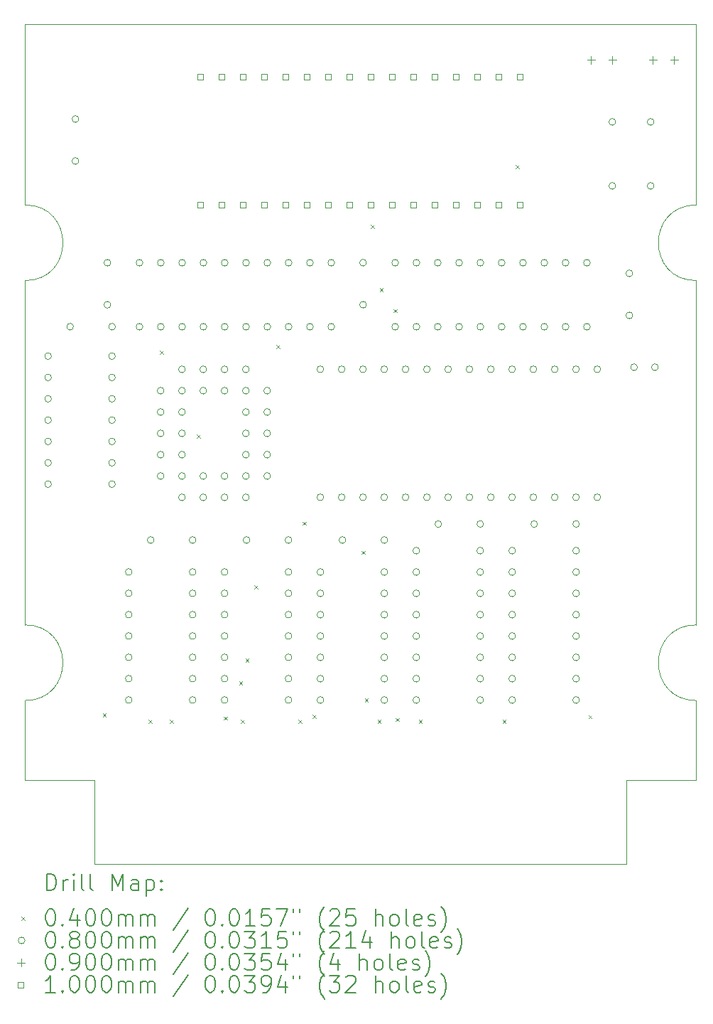
<source format=gbr>
%TF.GenerationSoftware,KiCad,Pcbnew,(6.0.9)*%
%TF.CreationDate,2023-08-23T21:36:40+02:00*%
%TF.ProjectId,p2000t-slot2-datacartridge,70323030-3074-42d7-936c-6f74322d6461,rev?*%
%TF.SameCoordinates,Original*%
%TF.FileFunction,Drillmap*%
%TF.FilePolarity,Positive*%
%FSLAX45Y45*%
G04 Gerber Fmt 4.5, Leading zero omitted, Abs format (unit mm)*
G04 Created by KiCad (PCBNEW (6.0.9)) date 2023-08-23 21:36:40*
%MOMM*%
%LPD*%
G01*
G04 APERTURE LIST*
%ADD10C,0.050000*%
%ADD11C,0.200000*%
%ADD12C,0.040000*%
%ADD13C,0.080000*%
%ADD14C,0.090000*%
%ADD15C,0.100000*%
G04 APERTURE END LIST*
D10*
X11518900Y-14290800D02*
X11552800Y-14290800D01*
X4352800Y-11790800D02*
X4352800Y-12240800D01*
X12352800Y-12440800D02*
G75*
G03*
X12352800Y-13340800I0J-450000D01*
G01*
X4352800Y-5290800D02*
X4352800Y-6790800D01*
X8352800Y-5290800D02*
X12352800Y-5290800D01*
X4352800Y-14290800D02*
X4352800Y-13590800D01*
X12352800Y-7440800D02*
G75*
G03*
X12352800Y-8340800I0J-450000D01*
G01*
X12352800Y-9220800D02*
X12352800Y-10360800D01*
X4352800Y-11790800D02*
X4352800Y-8340800D01*
X12352800Y-9220800D02*
X12352800Y-8660800D01*
X12352800Y-8350800D02*
X12352800Y-8660800D01*
X4352800Y-13590800D02*
X4352800Y-13340800D01*
X12352800Y-14290800D02*
X12352800Y-13590800D01*
X12352800Y-7220800D02*
X12352800Y-6660800D01*
X12352800Y-11880800D02*
X12352800Y-10922000D01*
X4352800Y-7240800D02*
X4352800Y-6790800D01*
X5181600Y-14290800D02*
X5152800Y-14290800D01*
X11518900Y-15290800D02*
X5181600Y-15290800D01*
X12352800Y-12440800D02*
X12352800Y-11880800D01*
X12352800Y-8350800D02*
X12352800Y-8340800D01*
X4352800Y-7440800D02*
X4352800Y-7240800D01*
X5181600Y-15290800D02*
X5181600Y-14290800D01*
X4352800Y-12440800D02*
X4352800Y-12290800D01*
X11552800Y-14290800D02*
X12352800Y-14290800D01*
X12352800Y-10922000D02*
X12352800Y-10360800D01*
X12352800Y-7440800D02*
X12352800Y-7220800D01*
X12352800Y-13590800D02*
X12352800Y-13340800D01*
X4352800Y-12290800D02*
X4352800Y-12240800D01*
X4352800Y-8340800D02*
G75*
G03*
X4352800Y-7440800I0J450000D01*
G01*
X8352800Y-5290800D02*
X4352800Y-5290800D01*
X5152800Y-14290800D02*
X4352800Y-14290800D01*
X11518900Y-15290800D02*
X11518900Y-14290800D01*
X12352800Y-6490800D02*
X12352800Y-5290800D01*
X4352800Y-13340800D02*
G75*
G03*
X4352800Y-12440800I0J450000D01*
G01*
X12352800Y-6490800D02*
X12352800Y-6660800D01*
D11*
D12*
X5277580Y-13493170D02*
X5317580Y-13533170D01*
X5317580Y-13493170D02*
X5277580Y-13533170D01*
X5822000Y-13569000D02*
X5862000Y-13609000D01*
X5862000Y-13569000D02*
X5822000Y-13609000D01*
X5958685Y-9177815D02*
X5998685Y-9217815D01*
X5998685Y-9177815D02*
X5958685Y-9217815D01*
X6076000Y-13569000D02*
X6116000Y-13609000D01*
X6116000Y-13569000D02*
X6076000Y-13609000D01*
X6402630Y-10171720D02*
X6442630Y-10211720D01*
X6442630Y-10171720D02*
X6402630Y-10211720D01*
X6718910Y-13532430D02*
X6758910Y-13572430D01*
X6758910Y-13532430D02*
X6718910Y-13572430D01*
X6904570Y-13111520D02*
X6944570Y-13151520D01*
X6944570Y-13111520D02*
X6904570Y-13151520D01*
X6922340Y-13571260D02*
X6962340Y-13611260D01*
X6962340Y-13571260D02*
X6922340Y-13611260D01*
X6979560Y-12843870D02*
X7019560Y-12883870D01*
X7019560Y-12843870D02*
X6979560Y-12883870D01*
X7085910Y-11971340D02*
X7125910Y-12011340D01*
X7125910Y-11971340D02*
X7085910Y-12011340D01*
X7346500Y-9107840D02*
X7386500Y-9147840D01*
X7386500Y-9107840D02*
X7346500Y-9147840D01*
X7610070Y-13571820D02*
X7650070Y-13611820D01*
X7650070Y-13571820D02*
X7610070Y-13611820D01*
X7663500Y-11211370D02*
X7703500Y-11251370D01*
X7703500Y-11211370D02*
X7663500Y-11251370D01*
X7780267Y-13512076D02*
X7820267Y-13552076D01*
X7820267Y-13512076D02*
X7780267Y-13552076D01*
X8362000Y-11558530D02*
X8402000Y-11598530D01*
X8402000Y-11558530D02*
X8362000Y-11598530D01*
X8402090Y-13315000D02*
X8442090Y-13355000D01*
X8442090Y-13315000D02*
X8402090Y-13355000D01*
X8475280Y-7677220D02*
X8515280Y-7717220D01*
X8515280Y-7677220D02*
X8475280Y-7717220D01*
X8553710Y-13568830D02*
X8593710Y-13608830D01*
X8593710Y-13568830D02*
X8553710Y-13608830D01*
X8578770Y-8432690D02*
X8618770Y-8472690D01*
X8618770Y-8432690D02*
X8578770Y-8472690D01*
X8743000Y-8679500D02*
X8783000Y-8719500D01*
X8783000Y-8679500D02*
X8743000Y-8719500D01*
X8770910Y-13548260D02*
X8810910Y-13588260D01*
X8810910Y-13548260D02*
X8770910Y-13588260D01*
X9045750Y-13569000D02*
X9085750Y-13609000D01*
X9085750Y-13569000D02*
X9045750Y-13609000D01*
X10043880Y-13570510D02*
X10083880Y-13610510D01*
X10083880Y-13570510D02*
X10043880Y-13610510D01*
X10203500Y-6965000D02*
X10243500Y-7005000D01*
X10243500Y-6965000D02*
X10203500Y-7005000D01*
X11068320Y-13513750D02*
X11108320Y-13553750D01*
X11108320Y-13513750D02*
X11068320Y-13553750D01*
D13*
X4666880Y-9240020D02*
G75*
G03*
X4666880Y-9240020I-40000J0D01*
G01*
X4666880Y-9494020D02*
G75*
G03*
X4666880Y-9494020I-40000J0D01*
G01*
X4666880Y-9748020D02*
G75*
G03*
X4666880Y-9748020I-40000J0D01*
G01*
X4666880Y-10002020D02*
G75*
G03*
X4666880Y-10002020I-40000J0D01*
G01*
X4666880Y-10256020D02*
G75*
G03*
X4666880Y-10256020I-40000J0D01*
G01*
X4666880Y-10510020D02*
G75*
G03*
X4666880Y-10510020I-40000J0D01*
G01*
X4666880Y-10764020D02*
G75*
G03*
X4666880Y-10764020I-40000J0D01*
G01*
X4928880Y-8890000D02*
G75*
G03*
X4928880Y-8890000I-40000J0D01*
G01*
X4993000Y-6417500D02*
G75*
G03*
X4993000Y-6417500I-40000J0D01*
G01*
X4993000Y-6917500D02*
G75*
G03*
X4993000Y-6917500I-40000J0D01*
G01*
X5374000Y-8129000D02*
G75*
G03*
X5374000Y-8129000I-40000J0D01*
G01*
X5374000Y-8629000D02*
G75*
G03*
X5374000Y-8629000I-40000J0D01*
G01*
X5428880Y-8890000D02*
G75*
G03*
X5428880Y-8890000I-40000J0D01*
G01*
X5428880Y-9240020D02*
G75*
G03*
X5428880Y-9240020I-40000J0D01*
G01*
X5428880Y-9494020D02*
G75*
G03*
X5428880Y-9494020I-40000J0D01*
G01*
X5428880Y-9748020D02*
G75*
G03*
X5428880Y-9748020I-40000J0D01*
G01*
X5428880Y-10002020D02*
G75*
G03*
X5428880Y-10002020I-40000J0D01*
G01*
X5428880Y-10256020D02*
G75*
G03*
X5428880Y-10256020I-40000J0D01*
G01*
X5428880Y-10510020D02*
G75*
G03*
X5428880Y-10510020I-40000J0D01*
G01*
X5428880Y-10764020D02*
G75*
G03*
X5428880Y-10764020I-40000J0D01*
G01*
X5628000Y-11810500D02*
G75*
G03*
X5628000Y-11810500I-40000J0D01*
G01*
X5628000Y-12064500D02*
G75*
G03*
X5628000Y-12064500I-40000J0D01*
G01*
X5628000Y-12318500D02*
G75*
G03*
X5628000Y-12318500I-40000J0D01*
G01*
X5628000Y-12572500D02*
G75*
G03*
X5628000Y-12572500I-40000J0D01*
G01*
X5628000Y-12826500D02*
G75*
G03*
X5628000Y-12826500I-40000J0D01*
G01*
X5628000Y-13080500D02*
G75*
G03*
X5628000Y-13080500I-40000J0D01*
G01*
X5628000Y-13334500D02*
G75*
G03*
X5628000Y-13334500I-40000J0D01*
G01*
X5755500Y-8129000D02*
G75*
G03*
X5755500Y-8129000I-40000J0D01*
G01*
X5755500Y-8891000D02*
G75*
G03*
X5755500Y-8891000I-40000J0D01*
G01*
X5890000Y-11430000D02*
G75*
G03*
X5890000Y-11430000I-40000J0D01*
G01*
X6009000Y-9652000D02*
G75*
G03*
X6009000Y-9652000I-40000J0D01*
G01*
X6009000Y-9906000D02*
G75*
G03*
X6009000Y-9906000I-40000J0D01*
G01*
X6009000Y-10160000D02*
G75*
G03*
X6009000Y-10160000I-40000J0D01*
G01*
X6009000Y-10414000D02*
G75*
G03*
X6009000Y-10414000I-40000J0D01*
G01*
X6009000Y-10668000D02*
G75*
G03*
X6009000Y-10668000I-40000J0D01*
G01*
X6009500Y-8129000D02*
G75*
G03*
X6009500Y-8129000I-40000J0D01*
G01*
X6009500Y-8891000D02*
G75*
G03*
X6009500Y-8891000I-40000J0D01*
G01*
X6263000Y-9398000D02*
G75*
G03*
X6263000Y-9398000I-40000J0D01*
G01*
X6263000Y-9652000D02*
G75*
G03*
X6263000Y-9652000I-40000J0D01*
G01*
X6263000Y-9906000D02*
G75*
G03*
X6263000Y-9906000I-40000J0D01*
G01*
X6263000Y-10160000D02*
G75*
G03*
X6263000Y-10160000I-40000J0D01*
G01*
X6263000Y-10414000D02*
G75*
G03*
X6263000Y-10414000I-40000J0D01*
G01*
X6263000Y-10668000D02*
G75*
G03*
X6263000Y-10668000I-40000J0D01*
G01*
X6263000Y-10922000D02*
G75*
G03*
X6263000Y-10922000I-40000J0D01*
G01*
X6263500Y-8129000D02*
G75*
G03*
X6263500Y-8129000I-40000J0D01*
G01*
X6263500Y-8891000D02*
G75*
G03*
X6263500Y-8891000I-40000J0D01*
G01*
X6390000Y-11430000D02*
G75*
G03*
X6390000Y-11430000I-40000J0D01*
G01*
X6390000Y-11810500D02*
G75*
G03*
X6390000Y-11810500I-40000J0D01*
G01*
X6390000Y-12064500D02*
G75*
G03*
X6390000Y-12064500I-40000J0D01*
G01*
X6390000Y-12318500D02*
G75*
G03*
X6390000Y-12318500I-40000J0D01*
G01*
X6390000Y-12572500D02*
G75*
G03*
X6390000Y-12572500I-40000J0D01*
G01*
X6390000Y-12826500D02*
G75*
G03*
X6390000Y-12826500I-40000J0D01*
G01*
X6390000Y-13080500D02*
G75*
G03*
X6390000Y-13080500I-40000J0D01*
G01*
X6390000Y-13334500D02*
G75*
G03*
X6390000Y-13334500I-40000J0D01*
G01*
X6517000Y-9398000D02*
G75*
G03*
X6517000Y-9398000I-40000J0D01*
G01*
X6517000Y-9652000D02*
G75*
G03*
X6517000Y-9652000I-40000J0D01*
G01*
X6517000Y-10668000D02*
G75*
G03*
X6517000Y-10668000I-40000J0D01*
G01*
X6517000Y-10922000D02*
G75*
G03*
X6517000Y-10922000I-40000J0D01*
G01*
X6517500Y-8129000D02*
G75*
G03*
X6517500Y-8129000I-40000J0D01*
G01*
X6517500Y-8891000D02*
G75*
G03*
X6517500Y-8891000I-40000J0D01*
G01*
X6771000Y-9398000D02*
G75*
G03*
X6771000Y-9398000I-40000J0D01*
G01*
X6771000Y-9652000D02*
G75*
G03*
X6771000Y-9652000I-40000J0D01*
G01*
X6771000Y-10668000D02*
G75*
G03*
X6771000Y-10668000I-40000J0D01*
G01*
X6771000Y-10922000D02*
G75*
G03*
X6771000Y-10922000I-40000J0D01*
G01*
X6771000Y-11810500D02*
G75*
G03*
X6771000Y-11810500I-40000J0D01*
G01*
X6771000Y-12064500D02*
G75*
G03*
X6771000Y-12064500I-40000J0D01*
G01*
X6771000Y-12318500D02*
G75*
G03*
X6771000Y-12318500I-40000J0D01*
G01*
X6771000Y-12572500D02*
G75*
G03*
X6771000Y-12572500I-40000J0D01*
G01*
X6771000Y-12826500D02*
G75*
G03*
X6771000Y-12826500I-40000J0D01*
G01*
X6771000Y-13080500D02*
G75*
G03*
X6771000Y-13080500I-40000J0D01*
G01*
X6771000Y-13334500D02*
G75*
G03*
X6771000Y-13334500I-40000J0D01*
G01*
X6771500Y-8129000D02*
G75*
G03*
X6771500Y-8129000I-40000J0D01*
G01*
X6771500Y-8891000D02*
G75*
G03*
X6771500Y-8891000I-40000J0D01*
G01*
X7025000Y-9398000D02*
G75*
G03*
X7025000Y-9398000I-40000J0D01*
G01*
X7025000Y-9652000D02*
G75*
G03*
X7025000Y-9652000I-40000J0D01*
G01*
X7025000Y-9906000D02*
G75*
G03*
X7025000Y-9906000I-40000J0D01*
G01*
X7025000Y-10160000D02*
G75*
G03*
X7025000Y-10160000I-40000J0D01*
G01*
X7025000Y-10414000D02*
G75*
G03*
X7025000Y-10414000I-40000J0D01*
G01*
X7025000Y-10668000D02*
G75*
G03*
X7025000Y-10668000I-40000J0D01*
G01*
X7025000Y-10922000D02*
G75*
G03*
X7025000Y-10922000I-40000J0D01*
G01*
X7025500Y-8129000D02*
G75*
G03*
X7025500Y-8129000I-40000J0D01*
G01*
X7025500Y-8891000D02*
G75*
G03*
X7025500Y-8891000I-40000J0D01*
G01*
X7033000Y-11430000D02*
G75*
G03*
X7033000Y-11430000I-40000J0D01*
G01*
X7279000Y-9652000D02*
G75*
G03*
X7279000Y-9652000I-40000J0D01*
G01*
X7279000Y-9906000D02*
G75*
G03*
X7279000Y-9906000I-40000J0D01*
G01*
X7279000Y-10160000D02*
G75*
G03*
X7279000Y-10160000I-40000J0D01*
G01*
X7279000Y-10414000D02*
G75*
G03*
X7279000Y-10414000I-40000J0D01*
G01*
X7279000Y-10668000D02*
G75*
G03*
X7279000Y-10668000I-40000J0D01*
G01*
X7279500Y-8129000D02*
G75*
G03*
X7279500Y-8129000I-40000J0D01*
G01*
X7279500Y-8891000D02*
G75*
G03*
X7279500Y-8891000I-40000J0D01*
G01*
X7533000Y-11430000D02*
G75*
G03*
X7533000Y-11430000I-40000J0D01*
G01*
X7533000Y-11810500D02*
G75*
G03*
X7533000Y-11810500I-40000J0D01*
G01*
X7533000Y-12064500D02*
G75*
G03*
X7533000Y-12064500I-40000J0D01*
G01*
X7533000Y-12318500D02*
G75*
G03*
X7533000Y-12318500I-40000J0D01*
G01*
X7533000Y-12572500D02*
G75*
G03*
X7533000Y-12572500I-40000J0D01*
G01*
X7533000Y-12826500D02*
G75*
G03*
X7533000Y-12826500I-40000J0D01*
G01*
X7533000Y-13080500D02*
G75*
G03*
X7533000Y-13080500I-40000J0D01*
G01*
X7533000Y-13334500D02*
G75*
G03*
X7533000Y-13334500I-40000J0D01*
G01*
X7533500Y-8129000D02*
G75*
G03*
X7533500Y-8129000I-40000J0D01*
G01*
X7533500Y-8891000D02*
G75*
G03*
X7533500Y-8891000I-40000J0D01*
G01*
X7787500Y-8129000D02*
G75*
G03*
X7787500Y-8129000I-40000J0D01*
G01*
X7787500Y-8891000D02*
G75*
G03*
X7787500Y-8891000I-40000J0D01*
G01*
X7912500Y-9397500D02*
G75*
G03*
X7912500Y-9397500I-40000J0D01*
G01*
X7912500Y-10921500D02*
G75*
G03*
X7912500Y-10921500I-40000J0D01*
G01*
X7914000Y-11811000D02*
G75*
G03*
X7914000Y-11811000I-40000J0D01*
G01*
X7914000Y-12065000D02*
G75*
G03*
X7914000Y-12065000I-40000J0D01*
G01*
X7914000Y-12319000D02*
G75*
G03*
X7914000Y-12319000I-40000J0D01*
G01*
X7914000Y-12573000D02*
G75*
G03*
X7914000Y-12573000I-40000J0D01*
G01*
X7914000Y-12827000D02*
G75*
G03*
X7914000Y-12827000I-40000J0D01*
G01*
X7914000Y-13081000D02*
G75*
G03*
X7914000Y-13081000I-40000J0D01*
G01*
X7914000Y-13335000D02*
G75*
G03*
X7914000Y-13335000I-40000J0D01*
G01*
X8041500Y-8129000D02*
G75*
G03*
X8041500Y-8129000I-40000J0D01*
G01*
X8041500Y-8891000D02*
G75*
G03*
X8041500Y-8891000I-40000J0D01*
G01*
X8166500Y-9397500D02*
G75*
G03*
X8166500Y-9397500I-40000J0D01*
G01*
X8166500Y-10921500D02*
G75*
G03*
X8166500Y-10921500I-40000J0D01*
G01*
X8176000Y-11430000D02*
G75*
G03*
X8176000Y-11430000I-40000J0D01*
G01*
X8420500Y-9397500D02*
G75*
G03*
X8420500Y-9397500I-40000J0D01*
G01*
X8420500Y-10921500D02*
G75*
G03*
X8420500Y-10921500I-40000J0D01*
G01*
X8422000Y-8128000D02*
G75*
G03*
X8422000Y-8128000I-40000J0D01*
G01*
X8422000Y-8628000D02*
G75*
G03*
X8422000Y-8628000I-40000J0D01*
G01*
X8674500Y-9397500D02*
G75*
G03*
X8674500Y-9397500I-40000J0D01*
G01*
X8674500Y-10921500D02*
G75*
G03*
X8674500Y-10921500I-40000J0D01*
G01*
X8676000Y-11430000D02*
G75*
G03*
X8676000Y-11430000I-40000J0D01*
G01*
X8676000Y-11811000D02*
G75*
G03*
X8676000Y-11811000I-40000J0D01*
G01*
X8676000Y-12065000D02*
G75*
G03*
X8676000Y-12065000I-40000J0D01*
G01*
X8676000Y-12319000D02*
G75*
G03*
X8676000Y-12319000I-40000J0D01*
G01*
X8676000Y-12573000D02*
G75*
G03*
X8676000Y-12573000I-40000J0D01*
G01*
X8676000Y-12827000D02*
G75*
G03*
X8676000Y-12827000I-40000J0D01*
G01*
X8676000Y-13081000D02*
G75*
G03*
X8676000Y-13081000I-40000J0D01*
G01*
X8676000Y-13335000D02*
G75*
G03*
X8676000Y-13335000I-40000J0D01*
G01*
X8803500Y-8129000D02*
G75*
G03*
X8803500Y-8129000I-40000J0D01*
G01*
X8803500Y-8891000D02*
G75*
G03*
X8803500Y-8891000I-40000J0D01*
G01*
X8928500Y-9397500D02*
G75*
G03*
X8928500Y-9397500I-40000J0D01*
G01*
X8928500Y-10921500D02*
G75*
G03*
X8928500Y-10921500I-40000J0D01*
G01*
X9057000Y-11557000D02*
G75*
G03*
X9057000Y-11557000I-40000J0D01*
G01*
X9057000Y-11811000D02*
G75*
G03*
X9057000Y-11811000I-40000J0D01*
G01*
X9057000Y-12065000D02*
G75*
G03*
X9057000Y-12065000I-40000J0D01*
G01*
X9057000Y-12319000D02*
G75*
G03*
X9057000Y-12319000I-40000J0D01*
G01*
X9057000Y-12573000D02*
G75*
G03*
X9057000Y-12573000I-40000J0D01*
G01*
X9057000Y-12827000D02*
G75*
G03*
X9057000Y-12827000I-40000J0D01*
G01*
X9057000Y-13081000D02*
G75*
G03*
X9057000Y-13081000I-40000J0D01*
G01*
X9057000Y-13335000D02*
G75*
G03*
X9057000Y-13335000I-40000J0D01*
G01*
X9057500Y-8129000D02*
G75*
G03*
X9057500Y-8129000I-40000J0D01*
G01*
X9057500Y-8891000D02*
G75*
G03*
X9057500Y-8891000I-40000J0D01*
G01*
X9182500Y-9397500D02*
G75*
G03*
X9182500Y-9397500I-40000J0D01*
G01*
X9182500Y-10921500D02*
G75*
G03*
X9182500Y-10921500I-40000J0D01*
G01*
X9311500Y-8129000D02*
G75*
G03*
X9311500Y-8129000I-40000J0D01*
G01*
X9311500Y-8891000D02*
G75*
G03*
X9311500Y-8891000I-40000J0D01*
G01*
X9319000Y-11239500D02*
G75*
G03*
X9319000Y-11239500I-40000J0D01*
G01*
X9436500Y-9397500D02*
G75*
G03*
X9436500Y-9397500I-40000J0D01*
G01*
X9436500Y-10921500D02*
G75*
G03*
X9436500Y-10921500I-40000J0D01*
G01*
X9565500Y-8129000D02*
G75*
G03*
X9565500Y-8129000I-40000J0D01*
G01*
X9565500Y-8891000D02*
G75*
G03*
X9565500Y-8891000I-40000J0D01*
G01*
X9690500Y-9397500D02*
G75*
G03*
X9690500Y-9397500I-40000J0D01*
G01*
X9690500Y-10921500D02*
G75*
G03*
X9690500Y-10921500I-40000J0D01*
G01*
X9819000Y-11239500D02*
G75*
G03*
X9819000Y-11239500I-40000J0D01*
G01*
X9819000Y-11557000D02*
G75*
G03*
X9819000Y-11557000I-40000J0D01*
G01*
X9819000Y-11811000D02*
G75*
G03*
X9819000Y-11811000I-40000J0D01*
G01*
X9819000Y-12065000D02*
G75*
G03*
X9819000Y-12065000I-40000J0D01*
G01*
X9819000Y-12319000D02*
G75*
G03*
X9819000Y-12319000I-40000J0D01*
G01*
X9819000Y-12573000D02*
G75*
G03*
X9819000Y-12573000I-40000J0D01*
G01*
X9819000Y-12827000D02*
G75*
G03*
X9819000Y-12827000I-40000J0D01*
G01*
X9819000Y-13081000D02*
G75*
G03*
X9819000Y-13081000I-40000J0D01*
G01*
X9819000Y-13335000D02*
G75*
G03*
X9819000Y-13335000I-40000J0D01*
G01*
X9819500Y-8129000D02*
G75*
G03*
X9819500Y-8129000I-40000J0D01*
G01*
X9819500Y-8891000D02*
G75*
G03*
X9819500Y-8891000I-40000J0D01*
G01*
X9944500Y-9397500D02*
G75*
G03*
X9944500Y-9397500I-40000J0D01*
G01*
X9944500Y-10921500D02*
G75*
G03*
X9944500Y-10921500I-40000J0D01*
G01*
X10073500Y-8129000D02*
G75*
G03*
X10073500Y-8129000I-40000J0D01*
G01*
X10073500Y-8891000D02*
G75*
G03*
X10073500Y-8891000I-40000J0D01*
G01*
X10198500Y-9397500D02*
G75*
G03*
X10198500Y-9397500I-40000J0D01*
G01*
X10198500Y-10921500D02*
G75*
G03*
X10198500Y-10921500I-40000J0D01*
G01*
X10200000Y-11557000D02*
G75*
G03*
X10200000Y-11557000I-40000J0D01*
G01*
X10200000Y-11811000D02*
G75*
G03*
X10200000Y-11811000I-40000J0D01*
G01*
X10200000Y-12065000D02*
G75*
G03*
X10200000Y-12065000I-40000J0D01*
G01*
X10200000Y-12319000D02*
G75*
G03*
X10200000Y-12319000I-40000J0D01*
G01*
X10200000Y-12573000D02*
G75*
G03*
X10200000Y-12573000I-40000J0D01*
G01*
X10200000Y-12827000D02*
G75*
G03*
X10200000Y-12827000I-40000J0D01*
G01*
X10200000Y-13081000D02*
G75*
G03*
X10200000Y-13081000I-40000J0D01*
G01*
X10200000Y-13335000D02*
G75*
G03*
X10200000Y-13335000I-40000J0D01*
G01*
X10327500Y-8129000D02*
G75*
G03*
X10327500Y-8129000I-40000J0D01*
G01*
X10327500Y-8891000D02*
G75*
G03*
X10327500Y-8891000I-40000J0D01*
G01*
X10452500Y-9397500D02*
G75*
G03*
X10452500Y-9397500I-40000J0D01*
G01*
X10452500Y-10921500D02*
G75*
G03*
X10452500Y-10921500I-40000J0D01*
G01*
X10462000Y-11239500D02*
G75*
G03*
X10462000Y-11239500I-40000J0D01*
G01*
X10581500Y-8129000D02*
G75*
G03*
X10581500Y-8129000I-40000J0D01*
G01*
X10581500Y-8891000D02*
G75*
G03*
X10581500Y-8891000I-40000J0D01*
G01*
X10706500Y-9397500D02*
G75*
G03*
X10706500Y-9397500I-40000J0D01*
G01*
X10706500Y-10921500D02*
G75*
G03*
X10706500Y-10921500I-40000J0D01*
G01*
X10835500Y-8129000D02*
G75*
G03*
X10835500Y-8129000I-40000J0D01*
G01*
X10835500Y-8891000D02*
G75*
G03*
X10835500Y-8891000I-40000J0D01*
G01*
X10960500Y-9397500D02*
G75*
G03*
X10960500Y-9397500I-40000J0D01*
G01*
X10960500Y-10921500D02*
G75*
G03*
X10960500Y-10921500I-40000J0D01*
G01*
X10962000Y-11239500D02*
G75*
G03*
X10962000Y-11239500I-40000J0D01*
G01*
X10962000Y-11557000D02*
G75*
G03*
X10962000Y-11557000I-40000J0D01*
G01*
X10962000Y-11811000D02*
G75*
G03*
X10962000Y-11811000I-40000J0D01*
G01*
X10962000Y-12065000D02*
G75*
G03*
X10962000Y-12065000I-40000J0D01*
G01*
X10962000Y-12319000D02*
G75*
G03*
X10962000Y-12319000I-40000J0D01*
G01*
X10962000Y-12573000D02*
G75*
G03*
X10962000Y-12573000I-40000J0D01*
G01*
X10962000Y-12827000D02*
G75*
G03*
X10962000Y-12827000I-40000J0D01*
G01*
X10962000Y-13081000D02*
G75*
G03*
X10962000Y-13081000I-40000J0D01*
G01*
X10962000Y-13335000D02*
G75*
G03*
X10962000Y-13335000I-40000J0D01*
G01*
X11089500Y-8129000D02*
G75*
G03*
X11089500Y-8129000I-40000J0D01*
G01*
X11089500Y-8891000D02*
G75*
G03*
X11089500Y-8891000I-40000J0D01*
G01*
X11214500Y-9397500D02*
G75*
G03*
X11214500Y-9397500I-40000J0D01*
G01*
X11214500Y-10921500D02*
G75*
G03*
X11214500Y-10921500I-40000J0D01*
G01*
X11393800Y-6451600D02*
G75*
G03*
X11393800Y-6451600I-40000J0D01*
G01*
X11393800Y-7213600D02*
G75*
G03*
X11393800Y-7213600I-40000J0D01*
G01*
X11597000Y-8255000D02*
G75*
G03*
X11597000Y-8255000I-40000J0D01*
G01*
X11597000Y-8755000D02*
G75*
G03*
X11597000Y-8755000I-40000J0D01*
G01*
X11651800Y-9372600D02*
G75*
G03*
X11651800Y-9372600I-40000J0D01*
G01*
X11851000Y-6451600D02*
G75*
G03*
X11851000Y-6451600I-40000J0D01*
G01*
X11851000Y-7213600D02*
G75*
G03*
X11851000Y-7213600I-40000J0D01*
G01*
X11901800Y-9372600D02*
G75*
G03*
X11901800Y-9372600I-40000J0D01*
G01*
D14*
X11099300Y-5670000D02*
X11099300Y-5760000D01*
X11054300Y-5715000D02*
X11144300Y-5715000D01*
X11353300Y-5670000D02*
X11353300Y-5760000D01*
X11308300Y-5715000D02*
X11398300Y-5715000D01*
X11835900Y-5670000D02*
X11835900Y-5760000D01*
X11790900Y-5715000D02*
X11880900Y-5715000D01*
X12089900Y-5670000D02*
X12089900Y-5760000D01*
X12044900Y-5715000D02*
X12134900Y-5715000D01*
D15*
X6475156Y-5950106D02*
X6475156Y-5879394D01*
X6404444Y-5879394D01*
X6404444Y-5950106D01*
X6475156Y-5950106D01*
X6475156Y-7474106D02*
X6475156Y-7403394D01*
X6404444Y-7403394D01*
X6404444Y-7474106D01*
X6475156Y-7474106D01*
X6729156Y-5950106D02*
X6729156Y-5879394D01*
X6658444Y-5879394D01*
X6658444Y-5950106D01*
X6729156Y-5950106D01*
X6729156Y-7474106D02*
X6729156Y-7403394D01*
X6658444Y-7403394D01*
X6658444Y-7474106D01*
X6729156Y-7474106D01*
X6983156Y-5950106D02*
X6983156Y-5879394D01*
X6912444Y-5879394D01*
X6912444Y-5950106D01*
X6983156Y-5950106D01*
X6983156Y-7474106D02*
X6983156Y-7403394D01*
X6912444Y-7403394D01*
X6912444Y-7474106D01*
X6983156Y-7474106D01*
X7237156Y-5950106D02*
X7237156Y-5879394D01*
X7166444Y-5879394D01*
X7166444Y-5950106D01*
X7237156Y-5950106D01*
X7237156Y-7474106D02*
X7237156Y-7403394D01*
X7166444Y-7403394D01*
X7166444Y-7474106D01*
X7237156Y-7474106D01*
X7491156Y-5950106D02*
X7491156Y-5879394D01*
X7420444Y-5879394D01*
X7420444Y-5950106D01*
X7491156Y-5950106D01*
X7491156Y-7474106D02*
X7491156Y-7403394D01*
X7420444Y-7403394D01*
X7420444Y-7474106D01*
X7491156Y-7474106D01*
X7745156Y-5950106D02*
X7745156Y-5879394D01*
X7674444Y-5879394D01*
X7674444Y-5950106D01*
X7745156Y-5950106D01*
X7745156Y-7474106D02*
X7745156Y-7403394D01*
X7674444Y-7403394D01*
X7674444Y-7474106D01*
X7745156Y-7474106D01*
X7999156Y-5950106D02*
X7999156Y-5879394D01*
X7928444Y-5879394D01*
X7928444Y-5950106D01*
X7999156Y-5950106D01*
X7999156Y-7474106D02*
X7999156Y-7403394D01*
X7928444Y-7403394D01*
X7928444Y-7474106D01*
X7999156Y-7474106D01*
X8253156Y-5950106D02*
X8253156Y-5879394D01*
X8182444Y-5879394D01*
X8182444Y-5950106D01*
X8253156Y-5950106D01*
X8253156Y-7474106D02*
X8253156Y-7403394D01*
X8182444Y-7403394D01*
X8182444Y-7474106D01*
X8253156Y-7474106D01*
X8507156Y-5950106D02*
X8507156Y-5879394D01*
X8436444Y-5879394D01*
X8436444Y-5950106D01*
X8507156Y-5950106D01*
X8507156Y-7474106D02*
X8507156Y-7403394D01*
X8436444Y-7403394D01*
X8436444Y-7474106D01*
X8507156Y-7474106D01*
X8761156Y-5950106D02*
X8761156Y-5879394D01*
X8690444Y-5879394D01*
X8690444Y-5950106D01*
X8761156Y-5950106D01*
X8761156Y-7474106D02*
X8761156Y-7403394D01*
X8690444Y-7403394D01*
X8690444Y-7474106D01*
X8761156Y-7474106D01*
X9015156Y-5950106D02*
X9015156Y-5879394D01*
X8944444Y-5879394D01*
X8944444Y-5950106D01*
X9015156Y-5950106D01*
X9015156Y-7474106D02*
X9015156Y-7403394D01*
X8944444Y-7403394D01*
X8944444Y-7474106D01*
X9015156Y-7474106D01*
X9269156Y-5950106D02*
X9269156Y-5879394D01*
X9198444Y-5879394D01*
X9198444Y-5950106D01*
X9269156Y-5950106D01*
X9269156Y-7474106D02*
X9269156Y-7403394D01*
X9198444Y-7403394D01*
X9198444Y-7474106D01*
X9269156Y-7474106D01*
X9523156Y-5950106D02*
X9523156Y-5879394D01*
X9452444Y-5879394D01*
X9452444Y-5950106D01*
X9523156Y-5950106D01*
X9523156Y-7474106D02*
X9523156Y-7403394D01*
X9452444Y-7403394D01*
X9452444Y-7474106D01*
X9523156Y-7474106D01*
X9777156Y-5950106D02*
X9777156Y-5879394D01*
X9706444Y-5879394D01*
X9706444Y-5950106D01*
X9777156Y-5950106D01*
X9777156Y-7474106D02*
X9777156Y-7403394D01*
X9706444Y-7403394D01*
X9706444Y-7474106D01*
X9777156Y-7474106D01*
X10031156Y-5950106D02*
X10031156Y-5879394D01*
X9960444Y-5879394D01*
X9960444Y-5950106D01*
X10031156Y-5950106D01*
X10031156Y-7474106D02*
X10031156Y-7403394D01*
X9960444Y-7403394D01*
X9960444Y-7474106D01*
X10031156Y-7474106D01*
X10285156Y-5950106D02*
X10285156Y-5879394D01*
X10214444Y-5879394D01*
X10214444Y-5950106D01*
X10285156Y-5950106D01*
X10285156Y-7474106D02*
X10285156Y-7403394D01*
X10214444Y-7403394D01*
X10214444Y-7474106D01*
X10285156Y-7474106D01*
D11*
X4607919Y-15603776D02*
X4607919Y-15403776D01*
X4655538Y-15403776D01*
X4684110Y-15413300D01*
X4703157Y-15432348D01*
X4712681Y-15451395D01*
X4722205Y-15489490D01*
X4722205Y-15518062D01*
X4712681Y-15556157D01*
X4703157Y-15575205D01*
X4684110Y-15594252D01*
X4655538Y-15603776D01*
X4607919Y-15603776D01*
X4807919Y-15603776D02*
X4807919Y-15470443D01*
X4807919Y-15508538D02*
X4817443Y-15489490D01*
X4826967Y-15479967D01*
X4846014Y-15470443D01*
X4865062Y-15470443D01*
X4931729Y-15603776D02*
X4931729Y-15470443D01*
X4931729Y-15403776D02*
X4922205Y-15413300D01*
X4931729Y-15422824D01*
X4941252Y-15413300D01*
X4931729Y-15403776D01*
X4931729Y-15422824D01*
X5055538Y-15603776D02*
X5036490Y-15594252D01*
X5026967Y-15575205D01*
X5026967Y-15403776D01*
X5160300Y-15603776D02*
X5141252Y-15594252D01*
X5131729Y-15575205D01*
X5131729Y-15403776D01*
X5388871Y-15603776D02*
X5388871Y-15403776D01*
X5455538Y-15546633D01*
X5522205Y-15403776D01*
X5522205Y-15603776D01*
X5703157Y-15603776D02*
X5703157Y-15499014D01*
X5693633Y-15479967D01*
X5674586Y-15470443D01*
X5636490Y-15470443D01*
X5617443Y-15479967D01*
X5703157Y-15594252D02*
X5684109Y-15603776D01*
X5636490Y-15603776D01*
X5617443Y-15594252D01*
X5607919Y-15575205D01*
X5607919Y-15556157D01*
X5617443Y-15537109D01*
X5636490Y-15527586D01*
X5684109Y-15527586D01*
X5703157Y-15518062D01*
X5798395Y-15470443D02*
X5798395Y-15670443D01*
X5798395Y-15479967D02*
X5817443Y-15470443D01*
X5855538Y-15470443D01*
X5874586Y-15479967D01*
X5884109Y-15489490D01*
X5893633Y-15508538D01*
X5893633Y-15565681D01*
X5884109Y-15584728D01*
X5874586Y-15594252D01*
X5855538Y-15603776D01*
X5817443Y-15603776D01*
X5798395Y-15594252D01*
X5979348Y-15584728D02*
X5988871Y-15594252D01*
X5979348Y-15603776D01*
X5969824Y-15594252D01*
X5979348Y-15584728D01*
X5979348Y-15603776D01*
X5979348Y-15479967D02*
X5988871Y-15489490D01*
X5979348Y-15499014D01*
X5969824Y-15489490D01*
X5979348Y-15479967D01*
X5979348Y-15499014D01*
D12*
X4310300Y-15913300D02*
X4350300Y-15953300D01*
X4350300Y-15913300D02*
X4310300Y-15953300D01*
D11*
X4646014Y-15823776D02*
X4665062Y-15823776D01*
X4684110Y-15833300D01*
X4693633Y-15842824D01*
X4703157Y-15861871D01*
X4712681Y-15899967D01*
X4712681Y-15947586D01*
X4703157Y-15985681D01*
X4693633Y-16004728D01*
X4684110Y-16014252D01*
X4665062Y-16023776D01*
X4646014Y-16023776D01*
X4626967Y-16014252D01*
X4617443Y-16004728D01*
X4607919Y-15985681D01*
X4598395Y-15947586D01*
X4598395Y-15899967D01*
X4607919Y-15861871D01*
X4617443Y-15842824D01*
X4626967Y-15833300D01*
X4646014Y-15823776D01*
X4798395Y-16004728D02*
X4807919Y-16014252D01*
X4798395Y-16023776D01*
X4788871Y-16014252D01*
X4798395Y-16004728D01*
X4798395Y-16023776D01*
X4979348Y-15890443D02*
X4979348Y-16023776D01*
X4931729Y-15814252D02*
X4884110Y-15957109D01*
X5007919Y-15957109D01*
X5122205Y-15823776D02*
X5141252Y-15823776D01*
X5160300Y-15833300D01*
X5169824Y-15842824D01*
X5179348Y-15861871D01*
X5188871Y-15899967D01*
X5188871Y-15947586D01*
X5179348Y-15985681D01*
X5169824Y-16004728D01*
X5160300Y-16014252D01*
X5141252Y-16023776D01*
X5122205Y-16023776D01*
X5103157Y-16014252D01*
X5093633Y-16004728D01*
X5084110Y-15985681D01*
X5074586Y-15947586D01*
X5074586Y-15899967D01*
X5084110Y-15861871D01*
X5093633Y-15842824D01*
X5103157Y-15833300D01*
X5122205Y-15823776D01*
X5312681Y-15823776D02*
X5331729Y-15823776D01*
X5350776Y-15833300D01*
X5360300Y-15842824D01*
X5369824Y-15861871D01*
X5379348Y-15899967D01*
X5379348Y-15947586D01*
X5369824Y-15985681D01*
X5360300Y-16004728D01*
X5350776Y-16014252D01*
X5331729Y-16023776D01*
X5312681Y-16023776D01*
X5293633Y-16014252D01*
X5284110Y-16004728D01*
X5274586Y-15985681D01*
X5265062Y-15947586D01*
X5265062Y-15899967D01*
X5274586Y-15861871D01*
X5284110Y-15842824D01*
X5293633Y-15833300D01*
X5312681Y-15823776D01*
X5465062Y-16023776D02*
X5465062Y-15890443D01*
X5465062Y-15909490D02*
X5474586Y-15899967D01*
X5493633Y-15890443D01*
X5522205Y-15890443D01*
X5541252Y-15899967D01*
X5550776Y-15919014D01*
X5550776Y-16023776D01*
X5550776Y-15919014D02*
X5560300Y-15899967D01*
X5579348Y-15890443D01*
X5607919Y-15890443D01*
X5626967Y-15899967D01*
X5636490Y-15919014D01*
X5636490Y-16023776D01*
X5731728Y-16023776D02*
X5731728Y-15890443D01*
X5731728Y-15909490D02*
X5741252Y-15899967D01*
X5760300Y-15890443D01*
X5788871Y-15890443D01*
X5807919Y-15899967D01*
X5817443Y-15919014D01*
X5817443Y-16023776D01*
X5817443Y-15919014D02*
X5826967Y-15899967D01*
X5846014Y-15890443D01*
X5874586Y-15890443D01*
X5893633Y-15899967D01*
X5903157Y-15919014D01*
X5903157Y-16023776D01*
X6293633Y-15814252D02*
X6122205Y-16071395D01*
X6550776Y-15823776D02*
X6569824Y-15823776D01*
X6588871Y-15833300D01*
X6598395Y-15842824D01*
X6607919Y-15861871D01*
X6617443Y-15899967D01*
X6617443Y-15947586D01*
X6607919Y-15985681D01*
X6598395Y-16004728D01*
X6588871Y-16014252D01*
X6569824Y-16023776D01*
X6550776Y-16023776D01*
X6531728Y-16014252D01*
X6522205Y-16004728D01*
X6512681Y-15985681D01*
X6503157Y-15947586D01*
X6503157Y-15899967D01*
X6512681Y-15861871D01*
X6522205Y-15842824D01*
X6531728Y-15833300D01*
X6550776Y-15823776D01*
X6703157Y-16004728D02*
X6712681Y-16014252D01*
X6703157Y-16023776D01*
X6693633Y-16014252D01*
X6703157Y-16004728D01*
X6703157Y-16023776D01*
X6836490Y-15823776D02*
X6855538Y-15823776D01*
X6874586Y-15833300D01*
X6884109Y-15842824D01*
X6893633Y-15861871D01*
X6903157Y-15899967D01*
X6903157Y-15947586D01*
X6893633Y-15985681D01*
X6884109Y-16004728D01*
X6874586Y-16014252D01*
X6855538Y-16023776D01*
X6836490Y-16023776D01*
X6817443Y-16014252D01*
X6807919Y-16004728D01*
X6798395Y-15985681D01*
X6788871Y-15947586D01*
X6788871Y-15899967D01*
X6798395Y-15861871D01*
X6807919Y-15842824D01*
X6817443Y-15833300D01*
X6836490Y-15823776D01*
X7093633Y-16023776D02*
X6979348Y-16023776D01*
X7036490Y-16023776D02*
X7036490Y-15823776D01*
X7017443Y-15852348D01*
X6998395Y-15871395D01*
X6979348Y-15880919D01*
X7274586Y-15823776D02*
X7179348Y-15823776D01*
X7169824Y-15919014D01*
X7179348Y-15909490D01*
X7198395Y-15899967D01*
X7246014Y-15899967D01*
X7265062Y-15909490D01*
X7274586Y-15919014D01*
X7284109Y-15938062D01*
X7284109Y-15985681D01*
X7274586Y-16004728D01*
X7265062Y-16014252D01*
X7246014Y-16023776D01*
X7198395Y-16023776D01*
X7179348Y-16014252D01*
X7169824Y-16004728D01*
X7350776Y-15823776D02*
X7484109Y-15823776D01*
X7398395Y-16023776D01*
X7550776Y-15823776D02*
X7550776Y-15861871D01*
X7626967Y-15823776D02*
X7626967Y-15861871D01*
X7922205Y-16099967D02*
X7912681Y-16090443D01*
X7893633Y-16061871D01*
X7884109Y-16042824D01*
X7874586Y-16014252D01*
X7865062Y-15966633D01*
X7865062Y-15928538D01*
X7874586Y-15880919D01*
X7884109Y-15852348D01*
X7893633Y-15833300D01*
X7912681Y-15804728D01*
X7922205Y-15795205D01*
X7988871Y-15842824D02*
X7998395Y-15833300D01*
X8017443Y-15823776D01*
X8065062Y-15823776D01*
X8084109Y-15833300D01*
X8093633Y-15842824D01*
X8103157Y-15861871D01*
X8103157Y-15880919D01*
X8093633Y-15909490D01*
X7979348Y-16023776D01*
X8103157Y-16023776D01*
X8284109Y-15823776D02*
X8188871Y-15823776D01*
X8179348Y-15919014D01*
X8188871Y-15909490D01*
X8207919Y-15899967D01*
X8255538Y-15899967D01*
X8274586Y-15909490D01*
X8284109Y-15919014D01*
X8293633Y-15938062D01*
X8293633Y-15985681D01*
X8284109Y-16004728D01*
X8274586Y-16014252D01*
X8255538Y-16023776D01*
X8207919Y-16023776D01*
X8188871Y-16014252D01*
X8179348Y-16004728D01*
X8531729Y-16023776D02*
X8531729Y-15823776D01*
X8617443Y-16023776D02*
X8617443Y-15919014D01*
X8607919Y-15899967D01*
X8588871Y-15890443D01*
X8560300Y-15890443D01*
X8541252Y-15899967D01*
X8531729Y-15909490D01*
X8741252Y-16023776D02*
X8722205Y-16014252D01*
X8712681Y-16004728D01*
X8703157Y-15985681D01*
X8703157Y-15928538D01*
X8712681Y-15909490D01*
X8722205Y-15899967D01*
X8741252Y-15890443D01*
X8769824Y-15890443D01*
X8788871Y-15899967D01*
X8798395Y-15909490D01*
X8807919Y-15928538D01*
X8807919Y-15985681D01*
X8798395Y-16004728D01*
X8788871Y-16014252D01*
X8769824Y-16023776D01*
X8741252Y-16023776D01*
X8922205Y-16023776D02*
X8903157Y-16014252D01*
X8893633Y-15995205D01*
X8893633Y-15823776D01*
X9074586Y-16014252D02*
X9055538Y-16023776D01*
X9017443Y-16023776D01*
X8998395Y-16014252D01*
X8988871Y-15995205D01*
X8988871Y-15919014D01*
X8998395Y-15899967D01*
X9017443Y-15890443D01*
X9055538Y-15890443D01*
X9074586Y-15899967D01*
X9084110Y-15919014D01*
X9084110Y-15938062D01*
X8988871Y-15957109D01*
X9160300Y-16014252D02*
X9179348Y-16023776D01*
X9217443Y-16023776D01*
X9236490Y-16014252D01*
X9246014Y-15995205D01*
X9246014Y-15985681D01*
X9236490Y-15966633D01*
X9217443Y-15957109D01*
X9188871Y-15957109D01*
X9169824Y-15947586D01*
X9160300Y-15928538D01*
X9160300Y-15919014D01*
X9169824Y-15899967D01*
X9188871Y-15890443D01*
X9217443Y-15890443D01*
X9236490Y-15899967D01*
X9312681Y-16099967D02*
X9322205Y-16090443D01*
X9341252Y-16061871D01*
X9350776Y-16042824D01*
X9360300Y-16014252D01*
X9369824Y-15966633D01*
X9369824Y-15928538D01*
X9360300Y-15880919D01*
X9350776Y-15852348D01*
X9341252Y-15833300D01*
X9322205Y-15804728D01*
X9312681Y-15795205D01*
D13*
X4350300Y-16197300D02*
G75*
G03*
X4350300Y-16197300I-40000J0D01*
G01*
D11*
X4646014Y-16087776D02*
X4665062Y-16087776D01*
X4684110Y-16097300D01*
X4693633Y-16106824D01*
X4703157Y-16125871D01*
X4712681Y-16163967D01*
X4712681Y-16211586D01*
X4703157Y-16249681D01*
X4693633Y-16268728D01*
X4684110Y-16278252D01*
X4665062Y-16287776D01*
X4646014Y-16287776D01*
X4626967Y-16278252D01*
X4617443Y-16268728D01*
X4607919Y-16249681D01*
X4598395Y-16211586D01*
X4598395Y-16163967D01*
X4607919Y-16125871D01*
X4617443Y-16106824D01*
X4626967Y-16097300D01*
X4646014Y-16087776D01*
X4798395Y-16268728D02*
X4807919Y-16278252D01*
X4798395Y-16287776D01*
X4788871Y-16278252D01*
X4798395Y-16268728D01*
X4798395Y-16287776D01*
X4922205Y-16173490D02*
X4903157Y-16163967D01*
X4893633Y-16154443D01*
X4884110Y-16135395D01*
X4884110Y-16125871D01*
X4893633Y-16106824D01*
X4903157Y-16097300D01*
X4922205Y-16087776D01*
X4960300Y-16087776D01*
X4979348Y-16097300D01*
X4988871Y-16106824D01*
X4998395Y-16125871D01*
X4998395Y-16135395D01*
X4988871Y-16154443D01*
X4979348Y-16163967D01*
X4960300Y-16173490D01*
X4922205Y-16173490D01*
X4903157Y-16183014D01*
X4893633Y-16192538D01*
X4884110Y-16211586D01*
X4884110Y-16249681D01*
X4893633Y-16268728D01*
X4903157Y-16278252D01*
X4922205Y-16287776D01*
X4960300Y-16287776D01*
X4979348Y-16278252D01*
X4988871Y-16268728D01*
X4998395Y-16249681D01*
X4998395Y-16211586D01*
X4988871Y-16192538D01*
X4979348Y-16183014D01*
X4960300Y-16173490D01*
X5122205Y-16087776D02*
X5141252Y-16087776D01*
X5160300Y-16097300D01*
X5169824Y-16106824D01*
X5179348Y-16125871D01*
X5188871Y-16163967D01*
X5188871Y-16211586D01*
X5179348Y-16249681D01*
X5169824Y-16268728D01*
X5160300Y-16278252D01*
X5141252Y-16287776D01*
X5122205Y-16287776D01*
X5103157Y-16278252D01*
X5093633Y-16268728D01*
X5084110Y-16249681D01*
X5074586Y-16211586D01*
X5074586Y-16163967D01*
X5084110Y-16125871D01*
X5093633Y-16106824D01*
X5103157Y-16097300D01*
X5122205Y-16087776D01*
X5312681Y-16087776D02*
X5331729Y-16087776D01*
X5350776Y-16097300D01*
X5360300Y-16106824D01*
X5369824Y-16125871D01*
X5379348Y-16163967D01*
X5379348Y-16211586D01*
X5369824Y-16249681D01*
X5360300Y-16268728D01*
X5350776Y-16278252D01*
X5331729Y-16287776D01*
X5312681Y-16287776D01*
X5293633Y-16278252D01*
X5284110Y-16268728D01*
X5274586Y-16249681D01*
X5265062Y-16211586D01*
X5265062Y-16163967D01*
X5274586Y-16125871D01*
X5284110Y-16106824D01*
X5293633Y-16097300D01*
X5312681Y-16087776D01*
X5465062Y-16287776D02*
X5465062Y-16154443D01*
X5465062Y-16173490D02*
X5474586Y-16163967D01*
X5493633Y-16154443D01*
X5522205Y-16154443D01*
X5541252Y-16163967D01*
X5550776Y-16183014D01*
X5550776Y-16287776D01*
X5550776Y-16183014D02*
X5560300Y-16163967D01*
X5579348Y-16154443D01*
X5607919Y-16154443D01*
X5626967Y-16163967D01*
X5636490Y-16183014D01*
X5636490Y-16287776D01*
X5731728Y-16287776D02*
X5731728Y-16154443D01*
X5731728Y-16173490D02*
X5741252Y-16163967D01*
X5760300Y-16154443D01*
X5788871Y-16154443D01*
X5807919Y-16163967D01*
X5817443Y-16183014D01*
X5817443Y-16287776D01*
X5817443Y-16183014D02*
X5826967Y-16163967D01*
X5846014Y-16154443D01*
X5874586Y-16154443D01*
X5893633Y-16163967D01*
X5903157Y-16183014D01*
X5903157Y-16287776D01*
X6293633Y-16078252D02*
X6122205Y-16335395D01*
X6550776Y-16087776D02*
X6569824Y-16087776D01*
X6588871Y-16097300D01*
X6598395Y-16106824D01*
X6607919Y-16125871D01*
X6617443Y-16163967D01*
X6617443Y-16211586D01*
X6607919Y-16249681D01*
X6598395Y-16268728D01*
X6588871Y-16278252D01*
X6569824Y-16287776D01*
X6550776Y-16287776D01*
X6531728Y-16278252D01*
X6522205Y-16268728D01*
X6512681Y-16249681D01*
X6503157Y-16211586D01*
X6503157Y-16163967D01*
X6512681Y-16125871D01*
X6522205Y-16106824D01*
X6531728Y-16097300D01*
X6550776Y-16087776D01*
X6703157Y-16268728D02*
X6712681Y-16278252D01*
X6703157Y-16287776D01*
X6693633Y-16278252D01*
X6703157Y-16268728D01*
X6703157Y-16287776D01*
X6836490Y-16087776D02*
X6855538Y-16087776D01*
X6874586Y-16097300D01*
X6884109Y-16106824D01*
X6893633Y-16125871D01*
X6903157Y-16163967D01*
X6903157Y-16211586D01*
X6893633Y-16249681D01*
X6884109Y-16268728D01*
X6874586Y-16278252D01*
X6855538Y-16287776D01*
X6836490Y-16287776D01*
X6817443Y-16278252D01*
X6807919Y-16268728D01*
X6798395Y-16249681D01*
X6788871Y-16211586D01*
X6788871Y-16163967D01*
X6798395Y-16125871D01*
X6807919Y-16106824D01*
X6817443Y-16097300D01*
X6836490Y-16087776D01*
X6969824Y-16087776D02*
X7093633Y-16087776D01*
X7026967Y-16163967D01*
X7055538Y-16163967D01*
X7074586Y-16173490D01*
X7084109Y-16183014D01*
X7093633Y-16202062D01*
X7093633Y-16249681D01*
X7084109Y-16268728D01*
X7074586Y-16278252D01*
X7055538Y-16287776D01*
X6998395Y-16287776D01*
X6979348Y-16278252D01*
X6969824Y-16268728D01*
X7284109Y-16287776D02*
X7169824Y-16287776D01*
X7226967Y-16287776D02*
X7226967Y-16087776D01*
X7207919Y-16116348D01*
X7188871Y-16135395D01*
X7169824Y-16144919D01*
X7465062Y-16087776D02*
X7369824Y-16087776D01*
X7360300Y-16183014D01*
X7369824Y-16173490D01*
X7388871Y-16163967D01*
X7436490Y-16163967D01*
X7455538Y-16173490D01*
X7465062Y-16183014D01*
X7474586Y-16202062D01*
X7474586Y-16249681D01*
X7465062Y-16268728D01*
X7455538Y-16278252D01*
X7436490Y-16287776D01*
X7388871Y-16287776D01*
X7369824Y-16278252D01*
X7360300Y-16268728D01*
X7550776Y-16087776D02*
X7550776Y-16125871D01*
X7626967Y-16087776D02*
X7626967Y-16125871D01*
X7922205Y-16363967D02*
X7912681Y-16354443D01*
X7893633Y-16325871D01*
X7884109Y-16306824D01*
X7874586Y-16278252D01*
X7865062Y-16230633D01*
X7865062Y-16192538D01*
X7874586Y-16144919D01*
X7884109Y-16116348D01*
X7893633Y-16097300D01*
X7912681Y-16068728D01*
X7922205Y-16059205D01*
X7988871Y-16106824D02*
X7998395Y-16097300D01*
X8017443Y-16087776D01*
X8065062Y-16087776D01*
X8084109Y-16097300D01*
X8093633Y-16106824D01*
X8103157Y-16125871D01*
X8103157Y-16144919D01*
X8093633Y-16173490D01*
X7979348Y-16287776D01*
X8103157Y-16287776D01*
X8293633Y-16287776D02*
X8179348Y-16287776D01*
X8236490Y-16287776D02*
X8236490Y-16087776D01*
X8217443Y-16116348D01*
X8198395Y-16135395D01*
X8179348Y-16144919D01*
X8465062Y-16154443D02*
X8465062Y-16287776D01*
X8417443Y-16078252D02*
X8369824Y-16221109D01*
X8493633Y-16221109D01*
X8722205Y-16287776D02*
X8722205Y-16087776D01*
X8807919Y-16287776D02*
X8807919Y-16183014D01*
X8798395Y-16163967D01*
X8779348Y-16154443D01*
X8750776Y-16154443D01*
X8731729Y-16163967D01*
X8722205Y-16173490D01*
X8931729Y-16287776D02*
X8912681Y-16278252D01*
X8903157Y-16268728D01*
X8893633Y-16249681D01*
X8893633Y-16192538D01*
X8903157Y-16173490D01*
X8912681Y-16163967D01*
X8931729Y-16154443D01*
X8960300Y-16154443D01*
X8979348Y-16163967D01*
X8988871Y-16173490D01*
X8998395Y-16192538D01*
X8998395Y-16249681D01*
X8988871Y-16268728D01*
X8979348Y-16278252D01*
X8960300Y-16287776D01*
X8931729Y-16287776D01*
X9112681Y-16287776D02*
X9093633Y-16278252D01*
X9084110Y-16259205D01*
X9084110Y-16087776D01*
X9265062Y-16278252D02*
X9246014Y-16287776D01*
X9207919Y-16287776D01*
X9188871Y-16278252D01*
X9179348Y-16259205D01*
X9179348Y-16183014D01*
X9188871Y-16163967D01*
X9207919Y-16154443D01*
X9246014Y-16154443D01*
X9265062Y-16163967D01*
X9274586Y-16183014D01*
X9274586Y-16202062D01*
X9179348Y-16221109D01*
X9350776Y-16278252D02*
X9369824Y-16287776D01*
X9407919Y-16287776D01*
X9426967Y-16278252D01*
X9436490Y-16259205D01*
X9436490Y-16249681D01*
X9426967Y-16230633D01*
X9407919Y-16221109D01*
X9379348Y-16221109D01*
X9360300Y-16211586D01*
X9350776Y-16192538D01*
X9350776Y-16183014D01*
X9360300Y-16163967D01*
X9379348Y-16154443D01*
X9407919Y-16154443D01*
X9426967Y-16163967D01*
X9503157Y-16363967D02*
X9512681Y-16354443D01*
X9531729Y-16325871D01*
X9541252Y-16306824D01*
X9550776Y-16278252D01*
X9560300Y-16230633D01*
X9560300Y-16192538D01*
X9550776Y-16144919D01*
X9541252Y-16116348D01*
X9531729Y-16097300D01*
X9512681Y-16068728D01*
X9503157Y-16059205D01*
D14*
X4305300Y-16416300D02*
X4305300Y-16506300D01*
X4260300Y-16461300D02*
X4350300Y-16461300D01*
D11*
X4646014Y-16351776D02*
X4665062Y-16351776D01*
X4684110Y-16361300D01*
X4693633Y-16370824D01*
X4703157Y-16389871D01*
X4712681Y-16427967D01*
X4712681Y-16475586D01*
X4703157Y-16513681D01*
X4693633Y-16532728D01*
X4684110Y-16542252D01*
X4665062Y-16551776D01*
X4646014Y-16551776D01*
X4626967Y-16542252D01*
X4617443Y-16532728D01*
X4607919Y-16513681D01*
X4598395Y-16475586D01*
X4598395Y-16427967D01*
X4607919Y-16389871D01*
X4617443Y-16370824D01*
X4626967Y-16361300D01*
X4646014Y-16351776D01*
X4798395Y-16532728D02*
X4807919Y-16542252D01*
X4798395Y-16551776D01*
X4788871Y-16542252D01*
X4798395Y-16532728D01*
X4798395Y-16551776D01*
X4903157Y-16551776D02*
X4941252Y-16551776D01*
X4960300Y-16542252D01*
X4969824Y-16532728D01*
X4988871Y-16504157D01*
X4998395Y-16466062D01*
X4998395Y-16389871D01*
X4988871Y-16370824D01*
X4979348Y-16361300D01*
X4960300Y-16351776D01*
X4922205Y-16351776D01*
X4903157Y-16361300D01*
X4893633Y-16370824D01*
X4884110Y-16389871D01*
X4884110Y-16437490D01*
X4893633Y-16456538D01*
X4903157Y-16466062D01*
X4922205Y-16475586D01*
X4960300Y-16475586D01*
X4979348Y-16466062D01*
X4988871Y-16456538D01*
X4998395Y-16437490D01*
X5122205Y-16351776D02*
X5141252Y-16351776D01*
X5160300Y-16361300D01*
X5169824Y-16370824D01*
X5179348Y-16389871D01*
X5188871Y-16427967D01*
X5188871Y-16475586D01*
X5179348Y-16513681D01*
X5169824Y-16532728D01*
X5160300Y-16542252D01*
X5141252Y-16551776D01*
X5122205Y-16551776D01*
X5103157Y-16542252D01*
X5093633Y-16532728D01*
X5084110Y-16513681D01*
X5074586Y-16475586D01*
X5074586Y-16427967D01*
X5084110Y-16389871D01*
X5093633Y-16370824D01*
X5103157Y-16361300D01*
X5122205Y-16351776D01*
X5312681Y-16351776D02*
X5331729Y-16351776D01*
X5350776Y-16361300D01*
X5360300Y-16370824D01*
X5369824Y-16389871D01*
X5379348Y-16427967D01*
X5379348Y-16475586D01*
X5369824Y-16513681D01*
X5360300Y-16532728D01*
X5350776Y-16542252D01*
X5331729Y-16551776D01*
X5312681Y-16551776D01*
X5293633Y-16542252D01*
X5284110Y-16532728D01*
X5274586Y-16513681D01*
X5265062Y-16475586D01*
X5265062Y-16427967D01*
X5274586Y-16389871D01*
X5284110Y-16370824D01*
X5293633Y-16361300D01*
X5312681Y-16351776D01*
X5465062Y-16551776D02*
X5465062Y-16418443D01*
X5465062Y-16437490D02*
X5474586Y-16427967D01*
X5493633Y-16418443D01*
X5522205Y-16418443D01*
X5541252Y-16427967D01*
X5550776Y-16447014D01*
X5550776Y-16551776D01*
X5550776Y-16447014D02*
X5560300Y-16427967D01*
X5579348Y-16418443D01*
X5607919Y-16418443D01*
X5626967Y-16427967D01*
X5636490Y-16447014D01*
X5636490Y-16551776D01*
X5731728Y-16551776D02*
X5731728Y-16418443D01*
X5731728Y-16437490D02*
X5741252Y-16427967D01*
X5760300Y-16418443D01*
X5788871Y-16418443D01*
X5807919Y-16427967D01*
X5817443Y-16447014D01*
X5817443Y-16551776D01*
X5817443Y-16447014D02*
X5826967Y-16427967D01*
X5846014Y-16418443D01*
X5874586Y-16418443D01*
X5893633Y-16427967D01*
X5903157Y-16447014D01*
X5903157Y-16551776D01*
X6293633Y-16342252D02*
X6122205Y-16599395D01*
X6550776Y-16351776D02*
X6569824Y-16351776D01*
X6588871Y-16361300D01*
X6598395Y-16370824D01*
X6607919Y-16389871D01*
X6617443Y-16427967D01*
X6617443Y-16475586D01*
X6607919Y-16513681D01*
X6598395Y-16532728D01*
X6588871Y-16542252D01*
X6569824Y-16551776D01*
X6550776Y-16551776D01*
X6531728Y-16542252D01*
X6522205Y-16532728D01*
X6512681Y-16513681D01*
X6503157Y-16475586D01*
X6503157Y-16427967D01*
X6512681Y-16389871D01*
X6522205Y-16370824D01*
X6531728Y-16361300D01*
X6550776Y-16351776D01*
X6703157Y-16532728D02*
X6712681Y-16542252D01*
X6703157Y-16551776D01*
X6693633Y-16542252D01*
X6703157Y-16532728D01*
X6703157Y-16551776D01*
X6836490Y-16351776D02*
X6855538Y-16351776D01*
X6874586Y-16361300D01*
X6884109Y-16370824D01*
X6893633Y-16389871D01*
X6903157Y-16427967D01*
X6903157Y-16475586D01*
X6893633Y-16513681D01*
X6884109Y-16532728D01*
X6874586Y-16542252D01*
X6855538Y-16551776D01*
X6836490Y-16551776D01*
X6817443Y-16542252D01*
X6807919Y-16532728D01*
X6798395Y-16513681D01*
X6788871Y-16475586D01*
X6788871Y-16427967D01*
X6798395Y-16389871D01*
X6807919Y-16370824D01*
X6817443Y-16361300D01*
X6836490Y-16351776D01*
X6969824Y-16351776D02*
X7093633Y-16351776D01*
X7026967Y-16427967D01*
X7055538Y-16427967D01*
X7074586Y-16437490D01*
X7084109Y-16447014D01*
X7093633Y-16466062D01*
X7093633Y-16513681D01*
X7084109Y-16532728D01*
X7074586Y-16542252D01*
X7055538Y-16551776D01*
X6998395Y-16551776D01*
X6979348Y-16542252D01*
X6969824Y-16532728D01*
X7274586Y-16351776D02*
X7179348Y-16351776D01*
X7169824Y-16447014D01*
X7179348Y-16437490D01*
X7198395Y-16427967D01*
X7246014Y-16427967D01*
X7265062Y-16437490D01*
X7274586Y-16447014D01*
X7284109Y-16466062D01*
X7284109Y-16513681D01*
X7274586Y-16532728D01*
X7265062Y-16542252D01*
X7246014Y-16551776D01*
X7198395Y-16551776D01*
X7179348Y-16542252D01*
X7169824Y-16532728D01*
X7455538Y-16418443D02*
X7455538Y-16551776D01*
X7407919Y-16342252D02*
X7360300Y-16485109D01*
X7484109Y-16485109D01*
X7550776Y-16351776D02*
X7550776Y-16389871D01*
X7626967Y-16351776D02*
X7626967Y-16389871D01*
X7922205Y-16627967D02*
X7912681Y-16618443D01*
X7893633Y-16589871D01*
X7884109Y-16570824D01*
X7874586Y-16542252D01*
X7865062Y-16494633D01*
X7865062Y-16456538D01*
X7874586Y-16408919D01*
X7884109Y-16380348D01*
X7893633Y-16361300D01*
X7912681Y-16332728D01*
X7922205Y-16323205D01*
X8084109Y-16418443D02*
X8084109Y-16551776D01*
X8036490Y-16342252D02*
X7988871Y-16485109D01*
X8112681Y-16485109D01*
X8341252Y-16551776D02*
X8341252Y-16351776D01*
X8426967Y-16551776D02*
X8426967Y-16447014D01*
X8417443Y-16427967D01*
X8398395Y-16418443D01*
X8369824Y-16418443D01*
X8350776Y-16427967D01*
X8341252Y-16437490D01*
X8550776Y-16551776D02*
X8531729Y-16542252D01*
X8522205Y-16532728D01*
X8512681Y-16513681D01*
X8512681Y-16456538D01*
X8522205Y-16437490D01*
X8531729Y-16427967D01*
X8550776Y-16418443D01*
X8579348Y-16418443D01*
X8598395Y-16427967D01*
X8607919Y-16437490D01*
X8617443Y-16456538D01*
X8617443Y-16513681D01*
X8607919Y-16532728D01*
X8598395Y-16542252D01*
X8579348Y-16551776D01*
X8550776Y-16551776D01*
X8731729Y-16551776D02*
X8712681Y-16542252D01*
X8703157Y-16523205D01*
X8703157Y-16351776D01*
X8884110Y-16542252D02*
X8865062Y-16551776D01*
X8826967Y-16551776D01*
X8807919Y-16542252D01*
X8798395Y-16523205D01*
X8798395Y-16447014D01*
X8807919Y-16427967D01*
X8826967Y-16418443D01*
X8865062Y-16418443D01*
X8884110Y-16427967D01*
X8893633Y-16447014D01*
X8893633Y-16466062D01*
X8798395Y-16485109D01*
X8969824Y-16542252D02*
X8988871Y-16551776D01*
X9026967Y-16551776D01*
X9046014Y-16542252D01*
X9055538Y-16523205D01*
X9055538Y-16513681D01*
X9046014Y-16494633D01*
X9026967Y-16485109D01*
X8998395Y-16485109D01*
X8979348Y-16475586D01*
X8969824Y-16456538D01*
X8969824Y-16447014D01*
X8979348Y-16427967D01*
X8998395Y-16418443D01*
X9026967Y-16418443D01*
X9046014Y-16427967D01*
X9122205Y-16627967D02*
X9131729Y-16618443D01*
X9150776Y-16589871D01*
X9160300Y-16570824D01*
X9169824Y-16542252D01*
X9179348Y-16494633D01*
X9179348Y-16456538D01*
X9169824Y-16408919D01*
X9160300Y-16380348D01*
X9150776Y-16361300D01*
X9131729Y-16332728D01*
X9122205Y-16323205D01*
D15*
X4335656Y-16760656D02*
X4335656Y-16689944D01*
X4264944Y-16689944D01*
X4264944Y-16760656D01*
X4335656Y-16760656D01*
D11*
X4712681Y-16815776D02*
X4598395Y-16815776D01*
X4655538Y-16815776D02*
X4655538Y-16615776D01*
X4636490Y-16644348D01*
X4617443Y-16663395D01*
X4598395Y-16672919D01*
X4798395Y-16796729D02*
X4807919Y-16806252D01*
X4798395Y-16815776D01*
X4788871Y-16806252D01*
X4798395Y-16796729D01*
X4798395Y-16815776D01*
X4931729Y-16615776D02*
X4950776Y-16615776D01*
X4969824Y-16625300D01*
X4979348Y-16634824D01*
X4988871Y-16653871D01*
X4998395Y-16691967D01*
X4998395Y-16739586D01*
X4988871Y-16777681D01*
X4979348Y-16796729D01*
X4969824Y-16806252D01*
X4950776Y-16815776D01*
X4931729Y-16815776D01*
X4912681Y-16806252D01*
X4903157Y-16796729D01*
X4893633Y-16777681D01*
X4884110Y-16739586D01*
X4884110Y-16691967D01*
X4893633Y-16653871D01*
X4903157Y-16634824D01*
X4912681Y-16625300D01*
X4931729Y-16615776D01*
X5122205Y-16615776D02*
X5141252Y-16615776D01*
X5160300Y-16625300D01*
X5169824Y-16634824D01*
X5179348Y-16653871D01*
X5188871Y-16691967D01*
X5188871Y-16739586D01*
X5179348Y-16777681D01*
X5169824Y-16796729D01*
X5160300Y-16806252D01*
X5141252Y-16815776D01*
X5122205Y-16815776D01*
X5103157Y-16806252D01*
X5093633Y-16796729D01*
X5084110Y-16777681D01*
X5074586Y-16739586D01*
X5074586Y-16691967D01*
X5084110Y-16653871D01*
X5093633Y-16634824D01*
X5103157Y-16625300D01*
X5122205Y-16615776D01*
X5312681Y-16615776D02*
X5331729Y-16615776D01*
X5350776Y-16625300D01*
X5360300Y-16634824D01*
X5369824Y-16653871D01*
X5379348Y-16691967D01*
X5379348Y-16739586D01*
X5369824Y-16777681D01*
X5360300Y-16796729D01*
X5350776Y-16806252D01*
X5331729Y-16815776D01*
X5312681Y-16815776D01*
X5293633Y-16806252D01*
X5284110Y-16796729D01*
X5274586Y-16777681D01*
X5265062Y-16739586D01*
X5265062Y-16691967D01*
X5274586Y-16653871D01*
X5284110Y-16634824D01*
X5293633Y-16625300D01*
X5312681Y-16615776D01*
X5465062Y-16815776D02*
X5465062Y-16682443D01*
X5465062Y-16701490D02*
X5474586Y-16691967D01*
X5493633Y-16682443D01*
X5522205Y-16682443D01*
X5541252Y-16691967D01*
X5550776Y-16711014D01*
X5550776Y-16815776D01*
X5550776Y-16711014D02*
X5560300Y-16691967D01*
X5579348Y-16682443D01*
X5607919Y-16682443D01*
X5626967Y-16691967D01*
X5636490Y-16711014D01*
X5636490Y-16815776D01*
X5731728Y-16815776D02*
X5731728Y-16682443D01*
X5731728Y-16701490D02*
X5741252Y-16691967D01*
X5760300Y-16682443D01*
X5788871Y-16682443D01*
X5807919Y-16691967D01*
X5817443Y-16711014D01*
X5817443Y-16815776D01*
X5817443Y-16711014D02*
X5826967Y-16691967D01*
X5846014Y-16682443D01*
X5874586Y-16682443D01*
X5893633Y-16691967D01*
X5903157Y-16711014D01*
X5903157Y-16815776D01*
X6293633Y-16606252D02*
X6122205Y-16863395D01*
X6550776Y-16615776D02*
X6569824Y-16615776D01*
X6588871Y-16625300D01*
X6598395Y-16634824D01*
X6607919Y-16653871D01*
X6617443Y-16691967D01*
X6617443Y-16739586D01*
X6607919Y-16777681D01*
X6598395Y-16796729D01*
X6588871Y-16806252D01*
X6569824Y-16815776D01*
X6550776Y-16815776D01*
X6531728Y-16806252D01*
X6522205Y-16796729D01*
X6512681Y-16777681D01*
X6503157Y-16739586D01*
X6503157Y-16691967D01*
X6512681Y-16653871D01*
X6522205Y-16634824D01*
X6531728Y-16625300D01*
X6550776Y-16615776D01*
X6703157Y-16796729D02*
X6712681Y-16806252D01*
X6703157Y-16815776D01*
X6693633Y-16806252D01*
X6703157Y-16796729D01*
X6703157Y-16815776D01*
X6836490Y-16615776D02*
X6855538Y-16615776D01*
X6874586Y-16625300D01*
X6884109Y-16634824D01*
X6893633Y-16653871D01*
X6903157Y-16691967D01*
X6903157Y-16739586D01*
X6893633Y-16777681D01*
X6884109Y-16796729D01*
X6874586Y-16806252D01*
X6855538Y-16815776D01*
X6836490Y-16815776D01*
X6817443Y-16806252D01*
X6807919Y-16796729D01*
X6798395Y-16777681D01*
X6788871Y-16739586D01*
X6788871Y-16691967D01*
X6798395Y-16653871D01*
X6807919Y-16634824D01*
X6817443Y-16625300D01*
X6836490Y-16615776D01*
X6969824Y-16615776D02*
X7093633Y-16615776D01*
X7026967Y-16691967D01*
X7055538Y-16691967D01*
X7074586Y-16701490D01*
X7084109Y-16711014D01*
X7093633Y-16730062D01*
X7093633Y-16777681D01*
X7084109Y-16796729D01*
X7074586Y-16806252D01*
X7055538Y-16815776D01*
X6998395Y-16815776D01*
X6979348Y-16806252D01*
X6969824Y-16796729D01*
X7188871Y-16815776D02*
X7226967Y-16815776D01*
X7246014Y-16806252D01*
X7255538Y-16796729D01*
X7274586Y-16768157D01*
X7284109Y-16730062D01*
X7284109Y-16653871D01*
X7274586Y-16634824D01*
X7265062Y-16625300D01*
X7246014Y-16615776D01*
X7207919Y-16615776D01*
X7188871Y-16625300D01*
X7179348Y-16634824D01*
X7169824Y-16653871D01*
X7169824Y-16701490D01*
X7179348Y-16720538D01*
X7188871Y-16730062D01*
X7207919Y-16739586D01*
X7246014Y-16739586D01*
X7265062Y-16730062D01*
X7274586Y-16720538D01*
X7284109Y-16701490D01*
X7455538Y-16682443D02*
X7455538Y-16815776D01*
X7407919Y-16606252D02*
X7360300Y-16749109D01*
X7484109Y-16749109D01*
X7550776Y-16615776D02*
X7550776Y-16653871D01*
X7626967Y-16615776D02*
X7626967Y-16653871D01*
X7922205Y-16891967D02*
X7912681Y-16882443D01*
X7893633Y-16853871D01*
X7884109Y-16834824D01*
X7874586Y-16806252D01*
X7865062Y-16758633D01*
X7865062Y-16720538D01*
X7874586Y-16672919D01*
X7884109Y-16644348D01*
X7893633Y-16625300D01*
X7912681Y-16596728D01*
X7922205Y-16587205D01*
X7979348Y-16615776D02*
X8103157Y-16615776D01*
X8036490Y-16691967D01*
X8065062Y-16691967D01*
X8084109Y-16701490D01*
X8093633Y-16711014D01*
X8103157Y-16730062D01*
X8103157Y-16777681D01*
X8093633Y-16796729D01*
X8084109Y-16806252D01*
X8065062Y-16815776D01*
X8007919Y-16815776D01*
X7988871Y-16806252D01*
X7979348Y-16796729D01*
X8179348Y-16634824D02*
X8188871Y-16625300D01*
X8207919Y-16615776D01*
X8255538Y-16615776D01*
X8274586Y-16625300D01*
X8284109Y-16634824D01*
X8293633Y-16653871D01*
X8293633Y-16672919D01*
X8284109Y-16701490D01*
X8169824Y-16815776D01*
X8293633Y-16815776D01*
X8531729Y-16815776D02*
X8531729Y-16615776D01*
X8617443Y-16815776D02*
X8617443Y-16711014D01*
X8607919Y-16691967D01*
X8588871Y-16682443D01*
X8560300Y-16682443D01*
X8541252Y-16691967D01*
X8531729Y-16701490D01*
X8741252Y-16815776D02*
X8722205Y-16806252D01*
X8712681Y-16796729D01*
X8703157Y-16777681D01*
X8703157Y-16720538D01*
X8712681Y-16701490D01*
X8722205Y-16691967D01*
X8741252Y-16682443D01*
X8769824Y-16682443D01*
X8788871Y-16691967D01*
X8798395Y-16701490D01*
X8807919Y-16720538D01*
X8807919Y-16777681D01*
X8798395Y-16796729D01*
X8788871Y-16806252D01*
X8769824Y-16815776D01*
X8741252Y-16815776D01*
X8922205Y-16815776D02*
X8903157Y-16806252D01*
X8893633Y-16787205D01*
X8893633Y-16615776D01*
X9074586Y-16806252D02*
X9055538Y-16815776D01*
X9017443Y-16815776D01*
X8998395Y-16806252D01*
X8988871Y-16787205D01*
X8988871Y-16711014D01*
X8998395Y-16691967D01*
X9017443Y-16682443D01*
X9055538Y-16682443D01*
X9074586Y-16691967D01*
X9084110Y-16711014D01*
X9084110Y-16730062D01*
X8988871Y-16749109D01*
X9160300Y-16806252D02*
X9179348Y-16815776D01*
X9217443Y-16815776D01*
X9236490Y-16806252D01*
X9246014Y-16787205D01*
X9246014Y-16777681D01*
X9236490Y-16758633D01*
X9217443Y-16749109D01*
X9188871Y-16749109D01*
X9169824Y-16739586D01*
X9160300Y-16720538D01*
X9160300Y-16711014D01*
X9169824Y-16691967D01*
X9188871Y-16682443D01*
X9217443Y-16682443D01*
X9236490Y-16691967D01*
X9312681Y-16891967D02*
X9322205Y-16882443D01*
X9341252Y-16853871D01*
X9350776Y-16834824D01*
X9360300Y-16806252D01*
X9369824Y-16758633D01*
X9369824Y-16720538D01*
X9360300Y-16672919D01*
X9350776Y-16644348D01*
X9341252Y-16625300D01*
X9322205Y-16596728D01*
X9312681Y-16587205D01*
M02*

</source>
